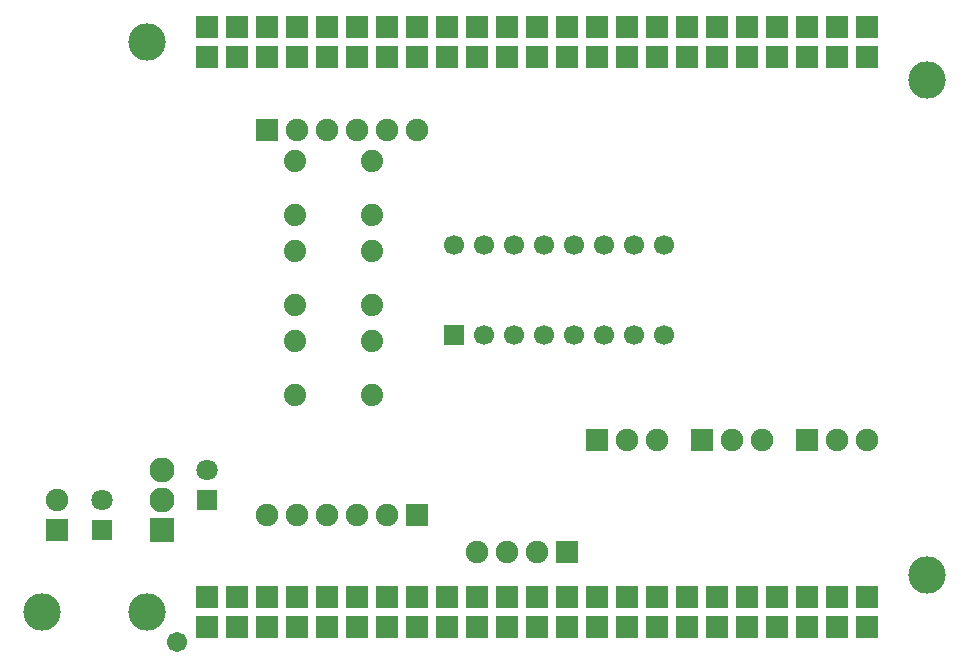
<source format=gbr>
G04 DipTrace 2.4.0.2*
%INBottomMask.gbr*%
%MOIN*%
%ADD18R,0.0669X0.0669*%
%ADD19C,0.0669*%
%ADD24C,0.074*%
%ADD25R,0.0748X0.0748*%
%ADD26C,0.0748*%
%ADD32C,0.125*%
%ADD39C,0.0671*%
%ADD41R,0.071X0.071*%
%ADD43C,0.071*%
%ADD45C,0.0828*%
%ADD46R,0.0828X0.0828*%
%ADD51R,0.073X0.073*%
%FSLAX44Y44*%
G04*
G70*
G90*
G75*
G01*
%LNBotMask*%
%LPD*%
D25*
X18690Y8940D3*
D26*
X17690D3*
X16690D3*
X15690D3*
X14690D3*
X13690D3*
D25*
Y21752D3*
D26*
X14690D3*
X15690D3*
X16690D3*
X17690D3*
X18690D3*
D25*
X31690Y11440D3*
D26*
X32690D3*
X33690D3*
D25*
X28190D3*
D26*
X29190D3*
X30190D3*
D25*
X24690D3*
D26*
X25690D3*
X26690D3*
D25*
X23690Y7690D3*
D26*
X22690D3*
X21690D3*
X20690D3*
D51*
X11690Y6190D3*
X12690D3*
X13690D3*
X14690D3*
X15690D3*
X16690D3*
X17690D3*
X18690D3*
X19690D3*
X20690D3*
X21690D3*
X22690D3*
X23690D3*
X24690D3*
X25690D3*
X26690D3*
X27690D3*
X28690D3*
X29690D3*
X30690D3*
X31690D3*
X32690D3*
X33690D3*
Y5190D3*
X32690D3*
X31690D3*
X30690D3*
X29690D3*
X28690D3*
X27690D3*
X26690D3*
X25690D3*
X24690D3*
X23690D3*
X22690D3*
X21690D3*
X20690D3*
X19690D3*
X18690D3*
X17690D3*
X16690D3*
X15690D3*
X14690D3*
X13690D3*
X12690D3*
X11690D3*
Y25190D3*
X12690D3*
X13690D3*
X14690D3*
X15690D3*
X16690D3*
X17690D3*
X18690D3*
X19690D3*
X20690D3*
X21690D3*
X22690D3*
X23690D3*
X24690D3*
X25690D3*
X26690D3*
X27690D3*
X28690D3*
X29690D3*
X30690D3*
X31690D3*
X32690D3*
X33690D3*
Y24190D3*
X32690D3*
X31690D3*
X30690D3*
X29690D3*
X28690D3*
X27690D3*
X26690D3*
X25690D3*
X24690D3*
X23690D3*
X22690D3*
X21690D3*
X20690D3*
X19690D3*
X18690D3*
X17690D3*
X16690D3*
X15690D3*
X14690D3*
X13690D3*
X12690D3*
X11690D3*
D32*
X35690Y23440D3*
Y6940D3*
X9690Y24690D3*
Y5690D3*
D18*
X19940Y14940D3*
D19*
X20940D3*
X21940D3*
X22940D3*
X23940D3*
X24940D3*
X25940D3*
X26940D3*
Y17940D3*
X25940D3*
X24940D3*
X23940D3*
X22940D3*
X21940D3*
X20940D3*
X19940D3*
D24*
X14630Y20720D3*
X17190D3*
X14630Y18940D3*
X17190D3*
X14630Y17720D3*
X17190D3*
X14630Y15940D3*
X17190D3*
X14630Y14720D3*
X17190D3*
X14630Y12940D3*
X17190D3*
D46*
X10190Y8440D3*
D45*
Y9440D3*
Y10440D3*
D43*
X11690D3*
D41*
Y9440D3*
D43*
X8190D3*
D41*
Y8440D3*
D25*
X6690D3*
D26*
Y9440D3*
D32*
X6190Y5690D3*
D39*
X10690Y4690D3*
M02*

</source>
